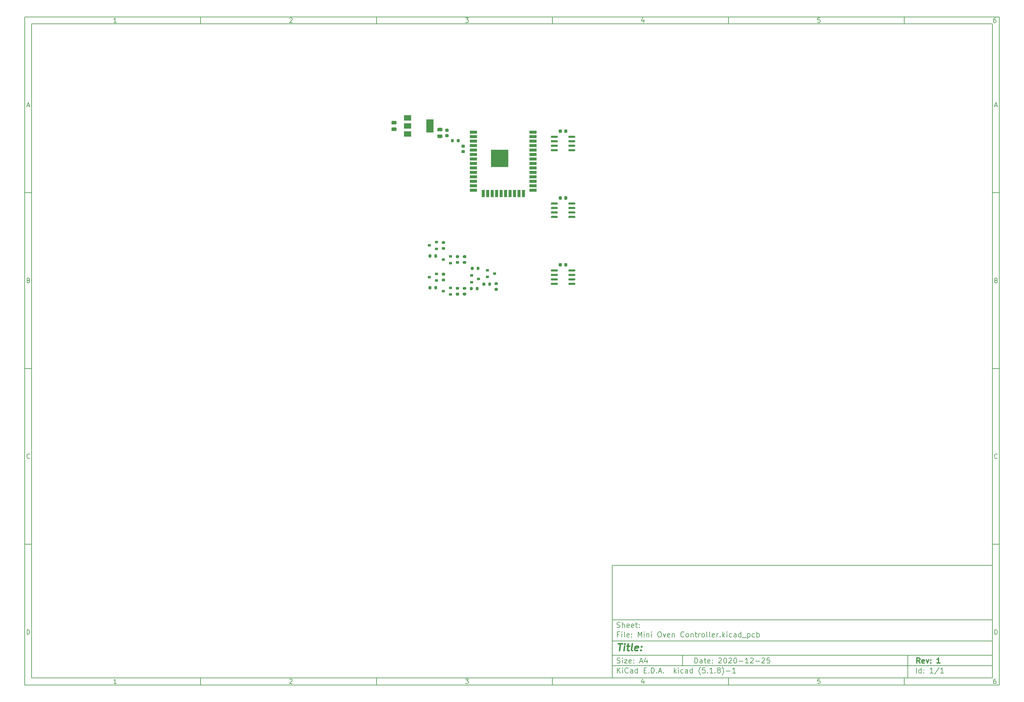
<source format=gbr>
G04 #@! TF.GenerationSoftware,KiCad,Pcbnew,(5.1.8)-1*
G04 #@! TF.CreationDate,2021-02-06T17:47:37+00:00*
G04 #@! TF.ProjectId,Mini Oven Controller,4d696e69-204f-4766-956e-20436f6e7472,1*
G04 #@! TF.SameCoordinates,Original*
G04 #@! TF.FileFunction,Paste,Top*
G04 #@! TF.FilePolarity,Positive*
%FSLAX46Y46*%
G04 Gerber Fmt 4.6, Leading zero omitted, Abs format (unit mm)*
G04 Created by KiCad (PCBNEW (5.1.8)-1) date 2021-02-06 17:47:37*
%MOMM*%
%LPD*%
G01*
G04 APERTURE LIST*
%ADD10C,0.100000*%
%ADD11C,0.150000*%
%ADD12C,0.300000*%
%ADD13C,0.400000*%
%ADD14R,0.900000X0.800000*%
%ADD15R,2.000000X3.800000*%
%ADD16R,2.000000X1.500000*%
%ADD17R,5.000000X5.000000*%
%ADD18R,2.000000X0.900000*%
%ADD19R,0.900000X2.000000*%
G04 APERTURE END LIST*
D10*
D11*
X177002200Y-166007200D02*
X177002200Y-198007200D01*
X285002200Y-198007200D01*
X285002200Y-166007200D01*
X177002200Y-166007200D01*
D10*
D11*
X10000000Y-10000000D02*
X10000000Y-200007200D01*
X287002200Y-200007200D01*
X287002200Y-10000000D01*
X10000000Y-10000000D01*
D10*
D11*
X12000000Y-12000000D02*
X12000000Y-198007200D01*
X285002200Y-198007200D01*
X285002200Y-12000000D01*
X12000000Y-12000000D01*
D10*
D11*
X60000000Y-12000000D02*
X60000000Y-10000000D01*
D10*
D11*
X110000000Y-12000000D02*
X110000000Y-10000000D01*
D10*
D11*
X160000000Y-12000000D02*
X160000000Y-10000000D01*
D10*
D11*
X210000000Y-12000000D02*
X210000000Y-10000000D01*
D10*
D11*
X260000000Y-12000000D02*
X260000000Y-10000000D01*
D10*
D11*
X36065476Y-11588095D02*
X35322619Y-11588095D01*
X35694047Y-11588095D02*
X35694047Y-10288095D01*
X35570238Y-10473809D01*
X35446428Y-10597619D01*
X35322619Y-10659523D01*
D10*
D11*
X85322619Y-10411904D02*
X85384523Y-10350000D01*
X85508333Y-10288095D01*
X85817857Y-10288095D01*
X85941666Y-10350000D01*
X86003571Y-10411904D01*
X86065476Y-10535714D01*
X86065476Y-10659523D01*
X86003571Y-10845238D01*
X85260714Y-11588095D01*
X86065476Y-11588095D01*
D10*
D11*
X135260714Y-10288095D02*
X136065476Y-10288095D01*
X135632142Y-10783333D01*
X135817857Y-10783333D01*
X135941666Y-10845238D01*
X136003571Y-10907142D01*
X136065476Y-11030952D01*
X136065476Y-11340476D01*
X136003571Y-11464285D01*
X135941666Y-11526190D01*
X135817857Y-11588095D01*
X135446428Y-11588095D01*
X135322619Y-11526190D01*
X135260714Y-11464285D01*
D10*
D11*
X185941666Y-10721428D02*
X185941666Y-11588095D01*
X185632142Y-10226190D02*
X185322619Y-11154761D01*
X186127380Y-11154761D01*
D10*
D11*
X236003571Y-10288095D02*
X235384523Y-10288095D01*
X235322619Y-10907142D01*
X235384523Y-10845238D01*
X235508333Y-10783333D01*
X235817857Y-10783333D01*
X235941666Y-10845238D01*
X236003571Y-10907142D01*
X236065476Y-11030952D01*
X236065476Y-11340476D01*
X236003571Y-11464285D01*
X235941666Y-11526190D01*
X235817857Y-11588095D01*
X235508333Y-11588095D01*
X235384523Y-11526190D01*
X235322619Y-11464285D01*
D10*
D11*
X285941666Y-10288095D02*
X285694047Y-10288095D01*
X285570238Y-10350000D01*
X285508333Y-10411904D01*
X285384523Y-10597619D01*
X285322619Y-10845238D01*
X285322619Y-11340476D01*
X285384523Y-11464285D01*
X285446428Y-11526190D01*
X285570238Y-11588095D01*
X285817857Y-11588095D01*
X285941666Y-11526190D01*
X286003571Y-11464285D01*
X286065476Y-11340476D01*
X286065476Y-11030952D01*
X286003571Y-10907142D01*
X285941666Y-10845238D01*
X285817857Y-10783333D01*
X285570238Y-10783333D01*
X285446428Y-10845238D01*
X285384523Y-10907142D01*
X285322619Y-11030952D01*
D10*
D11*
X60000000Y-198007200D02*
X60000000Y-200007200D01*
D10*
D11*
X110000000Y-198007200D02*
X110000000Y-200007200D01*
D10*
D11*
X160000000Y-198007200D02*
X160000000Y-200007200D01*
D10*
D11*
X210000000Y-198007200D02*
X210000000Y-200007200D01*
D10*
D11*
X260000000Y-198007200D02*
X260000000Y-200007200D01*
D10*
D11*
X36065476Y-199595295D02*
X35322619Y-199595295D01*
X35694047Y-199595295D02*
X35694047Y-198295295D01*
X35570238Y-198481009D01*
X35446428Y-198604819D01*
X35322619Y-198666723D01*
D10*
D11*
X85322619Y-198419104D02*
X85384523Y-198357200D01*
X85508333Y-198295295D01*
X85817857Y-198295295D01*
X85941666Y-198357200D01*
X86003571Y-198419104D01*
X86065476Y-198542914D01*
X86065476Y-198666723D01*
X86003571Y-198852438D01*
X85260714Y-199595295D01*
X86065476Y-199595295D01*
D10*
D11*
X135260714Y-198295295D02*
X136065476Y-198295295D01*
X135632142Y-198790533D01*
X135817857Y-198790533D01*
X135941666Y-198852438D01*
X136003571Y-198914342D01*
X136065476Y-199038152D01*
X136065476Y-199347676D01*
X136003571Y-199471485D01*
X135941666Y-199533390D01*
X135817857Y-199595295D01*
X135446428Y-199595295D01*
X135322619Y-199533390D01*
X135260714Y-199471485D01*
D10*
D11*
X185941666Y-198728628D02*
X185941666Y-199595295D01*
X185632142Y-198233390D02*
X185322619Y-199161961D01*
X186127380Y-199161961D01*
D10*
D11*
X236003571Y-198295295D02*
X235384523Y-198295295D01*
X235322619Y-198914342D01*
X235384523Y-198852438D01*
X235508333Y-198790533D01*
X235817857Y-198790533D01*
X235941666Y-198852438D01*
X236003571Y-198914342D01*
X236065476Y-199038152D01*
X236065476Y-199347676D01*
X236003571Y-199471485D01*
X235941666Y-199533390D01*
X235817857Y-199595295D01*
X235508333Y-199595295D01*
X235384523Y-199533390D01*
X235322619Y-199471485D01*
D10*
D11*
X285941666Y-198295295D02*
X285694047Y-198295295D01*
X285570238Y-198357200D01*
X285508333Y-198419104D01*
X285384523Y-198604819D01*
X285322619Y-198852438D01*
X285322619Y-199347676D01*
X285384523Y-199471485D01*
X285446428Y-199533390D01*
X285570238Y-199595295D01*
X285817857Y-199595295D01*
X285941666Y-199533390D01*
X286003571Y-199471485D01*
X286065476Y-199347676D01*
X286065476Y-199038152D01*
X286003571Y-198914342D01*
X285941666Y-198852438D01*
X285817857Y-198790533D01*
X285570238Y-198790533D01*
X285446428Y-198852438D01*
X285384523Y-198914342D01*
X285322619Y-199038152D01*
D10*
D11*
X10000000Y-60000000D02*
X12000000Y-60000000D01*
D10*
D11*
X10000000Y-110000000D02*
X12000000Y-110000000D01*
D10*
D11*
X10000000Y-160000000D02*
X12000000Y-160000000D01*
D10*
D11*
X10690476Y-35216666D02*
X11309523Y-35216666D01*
X10566666Y-35588095D02*
X11000000Y-34288095D01*
X11433333Y-35588095D01*
D10*
D11*
X11092857Y-84907142D02*
X11278571Y-84969047D01*
X11340476Y-85030952D01*
X11402380Y-85154761D01*
X11402380Y-85340476D01*
X11340476Y-85464285D01*
X11278571Y-85526190D01*
X11154761Y-85588095D01*
X10659523Y-85588095D01*
X10659523Y-84288095D01*
X11092857Y-84288095D01*
X11216666Y-84350000D01*
X11278571Y-84411904D01*
X11340476Y-84535714D01*
X11340476Y-84659523D01*
X11278571Y-84783333D01*
X11216666Y-84845238D01*
X11092857Y-84907142D01*
X10659523Y-84907142D01*
D10*
D11*
X11402380Y-135464285D02*
X11340476Y-135526190D01*
X11154761Y-135588095D01*
X11030952Y-135588095D01*
X10845238Y-135526190D01*
X10721428Y-135402380D01*
X10659523Y-135278571D01*
X10597619Y-135030952D01*
X10597619Y-134845238D01*
X10659523Y-134597619D01*
X10721428Y-134473809D01*
X10845238Y-134350000D01*
X11030952Y-134288095D01*
X11154761Y-134288095D01*
X11340476Y-134350000D01*
X11402380Y-134411904D01*
D10*
D11*
X10659523Y-185588095D02*
X10659523Y-184288095D01*
X10969047Y-184288095D01*
X11154761Y-184350000D01*
X11278571Y-184473809D01*
X11340476Y-184597619D01*
X11402380Y-184845238D01*
X11402380Y-185030952D01*
X11340476Y-185278571D01*
X11278571Y-185402380D01*
X11154761Y-185526190D01*
X10969047Y-185588095D01*
X10659523Y-185588095D01*
D10*
D11*
X287002200Y-60000000D02*
X285002200Y-60000000D01*
D10*
D11*
X287002200Y-110000000D02*
X285002200Y-110000000D01*
D10*
D11*
X287002200Y-160000000D02*
X285002200Y-160000000D01*
D10*
D11*
X285692676Y-35216666D02*
X286311723Y-35216666D01*
X285568866Y-35588095D02*
X286002200Y-34288095D01*
X286435533Y-35588095D01*
D10*
D11*
X286095057Y-84907142D02*
X286280771Y-84969047D01*
X286342676Y-85030952D01*
X286404580Y-85154761D01*
X286404580Y-85340476D01*
X286342676Y-85464285D01*
X286280771Y-85526190D01*
X286156961Y-85588095D01*
X285661723Y-85588095D01*
X285661723Y-84288095D01*
X286095057Y-84288095D01*
X286218866Y-84350000D01*
X286280771Y-84411904D01*
X286342676Y-84535714D01*
X286342676Y-84659523D01*
X286280771Y-84783333D01*
X286218866Y-84845238D01*
X286095057Y-84907142D01*
X285661723Y-84907142D01*
D10*
D11*
X286404580Y-135464285D02*
X286342676Y-135526190D01*
X286156961Y-135588095D01*
X286033152Y-135588095D01*
X285847438Y-135526190D01*
X285723628Y-135402380D01*
X285661723Y-135278571D01*
X285599819Y-135030952D01*
X285599819Y-134845238D01*
X285661723Y-134597619D01*
X285723628Y-134473809D01*
X285847438Y-134350000D01*
X286033152Y-134288095D01*
X286156961Y-134288095D01*
X286342676Y-134350000D01*
X286404580Y-134411904D01*
D10*
D11*
X285661723Y-185588095D02*
X285661723Y-184288095D01*
X285971247Y-184288095D01*
X286156961Y-184350000D01*
X286280771Y-184473809D01*
X286342676Y-184597619D01*
X286404580Y-184845238D01*
X286404580Y-185030952D01*
X286342676Y-185278571D01*
X286280771Y-185402380D01*
X286156961Y-185526190D01*
X285971247Y-185588095D01*
X285661723Y-185588095D01*
D10*
D11*
X200434342Y-193785771D02*
X200434342Y-192285771D01*
X200791485Y-192285771D01*
X201005771Y-192357200D01*
X201148628Y-192500057D01*
X201220057Y-192642914D01*
X201291485Y-192928628D01*
X201291485Y-193142914D01*
X201220057Y-193428628D01*
X201148628Y-193571485D01*
X201005771Y-193714342D01*
X200791485Y-193785771D01*
X200434342Y-193785771D01*
X202577200Y-193785771D02*
X202577200Y-193000057D01*
X202505771Y-192857200D01*
X202362914Y-192785771D01*
X202077200Y-192785771D01*
X201934342Y-192857200D01*
X202577200Y-193714342D02*
X202434342Y-193785771D01*
X202077200Y-193785771D01*
X201934342Y-193714342D01*
X201862914Y-193571485D01*
X201862914Y-193428628D01*
X201934342Y-193285771D01*
X202077200Y-193214342D01*
X202434342Y-193214342D01*
X202577200Y-193142914D01*
X203077200Y-192785771D02*
X203648628Y-192785771D01*
X203291485Y-192285771D02*
X203291485Y-193571485D01*
X203362914Y-193714342D01*
X203505771Y-193785771D01*
X203648628Y-193785771D01*
X204720057Y-193714342D02*
X204577200Y-193785771D01*
X204291485Y-193785771D01*
X204148628Y-193714342D01*
X204077200Y-193571485D01*
X204077200Y-193000057D01*
X204148628Y-192857200D01*
X204291485Y-192785771D01*
X204577200Y-192785771D01*
X204720057Y-192857200D01*
X204791485Y-193000057D01*
X204791485Y-193142914D01*
X204077200Y-193285771D01*
X205434342Y-193642914D02*
X205505771Y-193714342D01*
X205434342Y-193785771D01*
X205362914Y-193714342D01*
X205434342Y-193642914D01*
X205434342Y-193785771D01*
X205434342Y-192857200D02*
X205505771Y-192928628D01*
X205434342Y-193000057D01*
X205362914Y-192928628D01*
X205434342Y-192857200D01*
X205434342Y-193000057D01*
X207220057Y-192428628D02*
X207291485Y-192357200D01*
X207434342Y-192285771D01*
X207791485Y-192285771D01*
X207934342Y-192357200D01*
X208005771Y-192428628D01*
X208077200Y-192571485D01*
X208077200Y-192714342D01*
X208005771Y-192928628D01*
X207148628Y-193785771D01*
X208077200Y-193785771D01*
X209005771Y-192285771D02*
X209148628Y-192285771D01*
X209291485Y-192357200D01*
X209362914Y-192428628D01*
X209434342Y-192571485D01*
X209505771Y-192857200D01*
X209505771Y-193214342D01*
X209434342Y-193500057D01*
X209362914Y-193642914D01*
X209291485Y-193714342D01*
X209148628Y-193785771D01*
X209005771Y-193785771D01*
X208862914Y-193714342D01*
X208791485Y-193642914D01*
X208720057Y-193500057D01*
X208648628Y-193214342D01*
X208648628Y-192857200D01*
X208720057Y-192571485D01*
X208791485Y-192428628D01*
X208862914Y-192357200D01*
X209005771Y-192285771D01*
X210077200Y-192428628D02*
X210148628Y-192357200D01*
X210291485Y-192285771D01*
X210648628Y-192285771D01*
X210791485Y-192357200D01*
X210862914Y-192428628D01*
X210934342Y-192571485D01*
X210934342Y-192714342D01*
X210862914Y-192928628D01*
X210005771Y-193785771D01*
X210934342Y-193785771D01*
X211862914Y-192285771D02*
X212005771Y-192285771D01*
X212148628Y-192357200D01*
X212220057Y-192428628D01*
X212291485Y-192571485D01*
X212362914Y-192857200D01*
X212362914Y-193214342D01*
X212291485Y-193500057D01*
X212220057Y-193642914D01*
X212148628Y-193714342D01*
X212005771Y-193785771D01*
X211862914Y-193785771D01*
X211720057Y-193714342D01*
X211648628Y-193642914D01*
X211577200Y-193500057D01*
X211505771Y-193214342D01*
X211505771Y-192857200D01*
X211577200Y-192571485D01*
X211648628Y-192428628D01*
X211720057Y-192357200D01*
X211862914Y-192285771D01*
X213005771Y-193214342D02*
X214148628Y-193214342D01*
X215648628Y-193785771D02*
X214791485Y-193785771D01*
X215220057Y-193785771D02*
X215220057Y-192285771D01*
X215077200Y-192500057D01*
X214934342Y-192642914D01*
X214791485Y-192714342D01*
X216220057Y-192428628D02*
X216291485Y-192357200D01*
X216434342Y-192285771D01*
X216791485Y-192285771D01*
X216934342Y-192357200D01*
X217005771Y-192428628D01*
X217077200Y-192571485D01*
X217077200Y-192714342D01*
X217005771Y-192928628D01*
X216148628Y-193785771D01*
X217077200Y-193785771D01*
X217720057Y-193214342D02*
X218862914Y-193214342D01*
X219505771Y-192428628D02*
X219577200Y-192357200D01*
X219720057Y-192285771D01*
X220077200Y-192285771D01*
X220220057Y-192357200D01*
X220291485Y-192428628D01*
X220362914Y-192571485D01*
X220362914Y-192714342D01*
X220291485Y-192928628D01*
X219434342Y-193785771D01*
X220362914Y-193785771D01*
X221720057Y-192285771D02*
X221005771Y-192285771D01*
X220934342Y-193000057D01*
X221005771Y-192928628D01*
X221148628Y-192857200D01*
X221505771Y-192857200D01*
X221648628Y-192928628D01*
X221720057Y-193000057D01*
X221791485Y-193142914D01*
X221791485Y-193500057D01*
X221720057Y-193642914D01*
X221648628Y-193714342D01*
X221505771Y-193785771D01*
X221148628Y-193785771D01*
X221005771Y-193714342D01*
X220934342Y-193642914D01*
D10*
D11*
X177002200Y-194507200D02*
X285002200Y-194507200D01*
D10*
D11*
X178434342Y-196585771D02*
X178434342Y-195085771D01*
X179291485Y-196585771D02*
X178648628Y-195728628D01*
X179291485Y-195085771D02*
X178434342Y-195942914D01*
X179934342Y-196585771D02*
X179934342Y-195585771D01*
X179934342Y-195085771D02*
X179862914Y-195157200D01*
X179934342Y-195228628D01*
X180005771Y-195157200D01*
X179934342Y-195085771D01*
X179934342Y-195228628D01*
X181505771Y-196442914D02*
X181434342Y-196514342D01*
X181220057Y-196585771D01*
X181077200Y-196585771D01*
X180862914Y-196514342D01*
X180720057Y-196371485D01*
X180648628Y-196228628D01*
X180577200Y-195942914D01*
X180577200Y-195728628D01*
X180648628Y-195442914D01*
X180720057Y-195300057D01*
X180862914Y-195157200D01*
X181077200Y-195085771D01*
X181220057Y-195085771D01*
X181434342Y-195157200D01*
X181505771Y-195228628D01*
X182791485Y-196585771D02*
X182791485Y-195800057D01*
X182720057Y-195657200D01*
X182577200Y-195585771D01*
X182291485Y-195585771D01*
X182148628Y-195657200D01*
X182791485Y-196514342D02*
X182648628Y-196585771D01*
X182291485Y-196585771D01*
X182148628Y-196514342D01*
X182077200Y-196371485D01*
X182077200Y-196228628D01*
X182148628Y-196085771D01*
X182291485Y-196014342D01*
X182648628Y-196014342D01*
X182791485Y-195942914D01*
X184148628Y-196585771D02*
X184148628Y-195085771D01*
X184148628Y-196514342D02*
X184005771Y-196585771D01*
X183720057Y-196585771D01*
X183577200Y-196514342D01*
X183505771Y-196442914D01*
X183434342Y-196300057D01*
X183434342Y-195871485D01*
X183505771Y-195728628D01*
X183577200Y-195657200D01*
X183720057Y-195585771D01*
X184005771Y-195585771D01*
X184148628Y-195657200D01*
X186005771Y-195800057D02*
X186505771Y-195800057D01*
X186720057Y-196585771D02*
X186005771Y-196585771D01*
X186005771Y-195085771D01*
X186720057Y-195085771D01*
X187362914Y-196442914D02*
X187434342Y-196514342D01*
X187362914Y-196585771D01*
X187291485Y-196514342D01*
X187362914Y-196442914D01*
X187362914Y-196585771D01*
X188077200Y-196585771D02*
X188077200Y-195085771D01*
X188434342Y-195085771D01*
X188648628Y-195157200D01*
X188791485Y-195300057D01*
X188862914Y-195442914D01*
X188934342Y-195728628D01*
X188934342Y-195942914D01*
X188862914Y-196228628D01*
X188791485Y-196371485D01*
X188648628Y-196514342D01*
X188434342Y-196585771D01*
X188077200Y-196585771D01*
X189577200Y-196442914D02*
X189648628Y-196514342D01*
X189577200Y-196585771D01*
X189505771Y-196514342D01*
X189577200Y-196442914D01*
X189577200Y-196585771D01*
X190220057Y-196157200D02*
X190934342Y-196157200D01*
X190077200Y-196585771D02*
X190577200Y-195085771D01*
X191077200Y-196585771D01*
X191577200Y-196442914D02*
X191648628Y-196514342D01*
X191577200Y-196585771D01*
X191505771Y-196514342D01*
X191577200Y-196442914D01*
X191577200Y-196585771D01*
X194577200Y-196585771D02*
X194577200Y-195085771D01*
X194720057Y-196014342D02*
X195148628Y-196585771D01*
X195148628Y-195585771D02*
X194577200Y-196157200D01*
X195791485Y-196585771D02*
X195791485Y-195585771D01*
X195791485Y-195085771D02*
X195720057Y-195157200D01*
X195791485Y-195228628D01*
X195862914Y-195157200D01*
X195791485Y-195085771D01*
X195791485Y-195228628D01*
X197148628Y-196514342D02*
X197005771Y-196585771D01*
X196720057Y-196585771D01*
X196577200Y-196514342D01*
X196505771Y-196442914D01*
X196434342Y-196300057D01*
X196434342Y-195871485D01*
X196505771Y-195728628D01*
X196577200Y-195657200D01*
X196720057Y-195585771D01*
X197005771Y-195585771D01*
X197148628Y-195657200D01*
X198434342Y-196585771D02*
X198434342Y-195800057D01*
X198362914Y-195657200D01*
X198220057Y-195585771D01*
X197934342Y-195585771D01*
X197791485Y-195657200D01*
X198434342Y-196514342D02*
X198291485Y-196585771D01*
X197934342Y-196585771D01*
X197791485Y-196514342D01*
X197720057Y-196371485D01*
X197720057Y-196228628D01*
X197791485Y-196085771D01*
X197934342Y-196014342D01*
X198291485Y-196014342D01*
X198434342Y-195942914D01*
X199791485Y-196585771D02*
X199791485Y-195085771D01*
X199791485Y-196514342D02*
X199648628Y-196585771D01*
X199362914Y-196585771D01*
X199220057Y-196514342D01*
X199148628Y-196442914D01*
X199077200Y-196300057D01*
X199077200Y-195871485D01*
X199148628Y-195728628D01*
X199220057Y-195657200D01*
X199362914Y-195585771D01*
X199648628Y-195585771D01*
X199791485Y-195657200D01*
X202077200Y-197157200D02*
X202005771Y-197085771D01*
X201862914Y-196871485D01*
X201791485Y-196728628D01*
X201720057Y-196514342D01*
X201648628Y-196157200D01*
X201648628Y-195871485D01*
X201720057Y-195514342D01*
X201791485Y-195300057D01*
X201862914Y-195157200D01*
X202005771Y-194942914D01*
X202077200Y-194871485D01*
X203362914Y-195085771D02*
X202648628Y-195085771D01*
X202577200Y-195800057D01*
X202648628Y-195728628D01*
X202791485Y-195657200D01*
X203148628Y-195657200D01*
X203291485Y-195728628D01*
X203362914Y-195800057D01*
X203434342Y-195942914D01*
X203434342Y-196300057D01*
X203362914Y-196442914D01*
X203291485Y-196514342D01*
X203148628Y-196585771D01*
X202791485Y-196585771D01*
X202648628Y-196514342D01*
X202577200Y-196442914D01*
X204077200Y-196442914D02*
X204148628Y-196514342D01*
X204077200Y-196585771D01*
X204005771Y-196514342D01*
X204077200Y-196442914D01*
X204077200Y-196585771D01*
X205577200Y-196585771D02*
X204720057Y-196585771D01*
X205148628Y-196585771D02*
X205148628Y-195085771D01*
X205005771Y-195300057D01*
X204862914Y-195442914D01*
X204720057Y-195514342D01*
X206220057Y-196442914D02*
X206291485Y-196514342D01*
X206220057Y-196585771D01*
X206148628Y-196514342D01*
X206220057Y-196442914D01*
X206220057Y-196585771D01*
X207148628Y-195728628D02*
X207005771Y-195657200D01*
X206934342Y-195585771D01*
X206862914Y-195442914D01*
X206862914Y-195371485D01*
X206934342Y-195228628D01*
X207005771Y-195157200D01*
X207148628Y-195085771D01*
X207434342Y-195085771D01*
X207577200Y-195157200D01*
X207648628Y-195228628D01*
X207720057Y-195371485D01*
X207720057Y-195442914D01*
X207648628Y-195585771D01*
X207577200Y-195657200D01*
X207434342Y-195728628D01*
X207148628Y-195728628D01*
X207005771Y-195800057D01*
X206934342Y-195871485D01*
X206862914Y-196014342D01*
X206862914Y-196300057D01*
X206934342Y-196442914D01*
X207005771Y-196514342D01*
X207148628Y-196585771D01*
X207434342Y-196585771D01*
X207577200Y-196514342D01*
X207648628Y-196442914D01*
X207720057Y-196300057D01*
X207720057Y-196014342D01*
X207648628Y-195871485D01*
X207577200Y-195800057D01*
X207434342Y-195728628D01*
X208220057Y-197157200D02*
X208291485Y-197085771D01*
X208434342Y-196871485D01*
X208505771Y-196728628D01*
X208577200Y-196514342D01*
X208648628Y-196157200D01*
X208648628Y-195871485D01*
X208577200Y-195514342D01*
X208505771Y-195300057D01*
X208434342Y-195157200D01*
X208291485Y-194942914D01*
X208220057Y-194871485D01*
X209362914Y-196014342D02*
X210505771Y-196014342D01*
X212005771Y-196585771D02*
X211148628Y-196585771D01*
X211577200Y-196585771D02*
X211577200Y-195085771D01*
X211434342Y-195300057D01*
X211291485Y-195442914D01*
X211148628Y-195514342D01*
D10*
D11*
X177002200Y-191507200D02*
X285002200Y-191507200D01*
D10*
D12*
X264411485Y-193785771D02*
X263911485Y-193071485D01*
X263554342Y-193785771D02*
X263554342Y-192285771D01*
X264125771Y-192285771D01*
X264268628Y-192357200D01*
X264340057Y-192428628D01*
X264411485Y-192571485D01*
X264411485Y-192785771D01*
X264340057Y-192928628D01*
X264268628Y-193000057D01*
X264125771Y-193071485D01*
X263554342Y-193071485D01*
X265625771Y-193714342D02*
X265482914Y-193785771D01*
X265197200Y-193785771D01*
X265054342Y-193714342D01*
X264982914Y-193571485D01*
X264982914Y-193000057D01*
X265054342Y-192857200D01*
X265197200Y-192785771D01*
X265482914Y-192785771D01*
X265625771Y-192857200D01*
X265697200Y-193000057D01*
X265697200Y-193142914D01*
X264982914Y-193285771D01*
X266197200Y-192785771D02*
X266554342Y-193785771D01*
X266911485Y-192785771D01*
X267482914Y-193642914D02*
X267554342Y-193714342D01*
X267482914Y-193785771D01*
X267411485Y-193714342D01*
X267482914Y-193642914D01*
X267482914Y-193785771D01*
X267482914Y-192857200D02*
X267554342Y-192928628D01*
X267482914Y-193000057D01*
X267411485Y-192928628D01*
X267482914Y-192857200D01*
X267482914Y-193000057D01*
X270125771Y-193785771D02*
X269268628Y-193785771D01*
X269697200Y-193785771D02*
X269697200Y-192285771D01*
X269554342Y-192500057D01*
X269411485Y-192642914D01*
X269268628Y-192714342D01*
D10*
D11*
X178362914Y-193714342D02*
X178577200Y-193785771D01*
X178934342Y-193785771D01*
X179077200Y-193714342D01*
X179148628Y-193642914D01*
X179220057Y-193500057D01*
X179220057Y-193357200D01*
X179148628Y-193214342D01*
X179077200Y-193142914D01*
X178934342Y-193071485D01*
X178648628Y-193000057D01*
X178505771Y-192928628D01*
X178434342Y-192857200D01*
X178362914Y-192714342D01*
X178362914Y-192571485D01*
X178434342Y-192428628D01*
X178505771Y-192357200D01*
X178648628Y-192285771D01*
X179005771Y-192285771D01*
X179220057Y-192357200D01*
X179862914Y-193785771D02*
X179862914Y-192785771D01*
X179862914Y-192285771D02*
X179791485Y-192357200D01*
X179862914Y-192428628D01*
X179934342Y-192357200D01*
X179862914Y-192285771D01*
X179862914Y-192428628D01*
X180434342Y-192785771D02*
X181220057Y-192785771D01*
X180434342Y-193785771D01*
X181220057Y-193785771D01*
X182362914Y-193714342D02*
X182220057Y-193785771D01*
X181934342Y-193785771D01*
X181791485Y-193714342D01*
X181720057Y-193571485D01*
X181720057Y-193000057D01*
X181791485Y-192857200D01*
X181934342Y-192785771D01*
X182220057Y-192785771D01*
X182362914Y-192857200D01*
X182434342Y-193000057D01*
X182434342Y-193142914D01*
X181720057Y-193285771D01*
X183077200Y-193642914D02*
X183148628Y-193714342D01*
X183077200Y-193785771D01*
X183005771Y-193714342D01*
X183077200Y-193642914D01*
X183077200Y-193785771D01*
X183077200Y-192857200D02*
X183148628Y-192928628D01*
X183077200Y-193000057D01*
X183005771Y-192928628D01*
X183077200Y-192857200D01*
X183077200Y-193000057D01*
X184862914Y-193357200D02*
X185577200Y-193357200D01*
X184720057Y-193785771D02*
X185220057Y-192285771D01*
X185720057Y-193785771D01*
X186862914Y-192785771D02*
X186862914Y-193785771D01*
X186505771Y-192214342D02*
X186148628Y-193285771D01*
X187077200Y-193285771D01*
D10*
D11*
X263434342Y-196585771D02*
X263434342Y-195085771D01*
X264791485Y-196585771D02*
X264791485Y-195085771D01*
X264791485Y-196514342D02*
X264648628Y-196585771D01*
X264362914Y-196585771D01*
X264220057Y-196514342D01*
X264148628Y-196442914D01*
X264077200Y-196300057D01*
X264077200Y-195871485D01*
X264148628Y-195728628D01*
X264220057Y-195657200D01*
X264362914Y-195585771D01*
X264648628Y-195585771D01*
X264791485Y-195657200D01*
X265505771Y-196442914D02*
X265577200Y-196514342D01*
X265505771Y-196585771D01*
X265434342Y-196514342D01*
X265505771Y-196442914D01*
X265505771Y-196585771D01*
X265505771Y-195657200D02*
X265577200Y-195728628D01*
X265505771Y-195800057D01*
X265434342Y-195728628D01*
X265505771Y-195657200D01*
X265505771Y-195800057D01*
X268148628Y-196585771D02*
X267291485Y-196585771D01*
X267720057Y-196585771D02*
X267720057Y-195085771D01*
X267577200Y-195300057D01*
X267434342Y-195442914D01*
X267291485Y-195514342D01*
X269862914Y-195014342D02*
X268577200Y-196942914D01*
X271148628Y-196585771D02*
X270291485Y-196585771D01*
X270720057Y-196585771D02*
X270720057Y-195085771D01*
X270577200Y-195300057D01*
X270434342Y-195442914D01*
X270291485Y-195514342D01*
D10*
D11*
X177002200Y-187507200D02*
X285002200Y-187507200D01*
D10*
D13*
X178714580Y-188211961D02*
X179857438Y-188211961D01*
X179036009Y-190211961D02*
X179286009Y-188211961D01*
X180274104Y-190211961D02*
X180440771Y-188878628D01*
X180524104Y-188211961D02*
X180416961Y-188307200D01*
X180500295Y-188402438D01*
X180607438Y-188307200D01*
X180524104Y-188211961D01*
X180500295Y-188402438D01*
X181107438Y-188878628D02*
X181869342Y-188878628D01*
X181476485Y-188211961D02*
X181262200Y-189926247D01*
X181333628Y-190116723D01*
X181512200Y-190211961D01*
X181702676Y-190211961D01*
X182655057Y-190211961D02*
X182476485Y-190116723D01*
X182405057Y-189926247D01*
X182619342Y-188211961D01*
X184190771Y-190116723D02*
X183988390Y-190211961D01*
X183607438Y-190211961D01*
X183428866Y-190116723D01*
X183357438Y-189926247D01*
X183452676Y-189164342D01*
X183571723Y-188973866D01*
X183774104Y-188878628D01*
X184155057Y-188878628D01*
X184333628Y-188973866D01*
X184405057Y-189164342D01*
X184381247Y-189354819D01*
X183405057Y-189545295D01*
X185155057Y-190021485D02*
X185238390Y-190116723D01*
X185131247Y-190211961D01*
X185047914Y-190116723D01*
X185155057Y-190021485D01*
X185131247Y-190211961D01*
X185286009Y-188973866D02*
X185369342Y-189069104D01*
X185262200Y-189164342D01*
X185178866Y-189069104D01*
X185286009Y-188973866D01*
X185262200Y-189164342D01*
D10*
D11*
X178934342Y-185600057D02*
X178434342Y-185600057D01*
X178434342Y-186385771D02*
X178434342Y-184885771D01*
X179148628Y-184885771D01*
X179720057Y-186385771D02*
X179720057Y-185385771D01*
X179720057Y-184885771D02*
X179648628Y-184957200D01*
X179720057Y-185028628D01*
X179791485Y-184957200D01*
X179720057Y-184885771D01*
X179720057Y-185028628D01*
X180648628Y-186385771D02*
X180505771Y-186314342D01*
X180434342Y-186171485D01*
X180434342Y-184885771D01*
X181791485Y-186314342D02*
X181648628Y-186385771D01*
X181362914Y-186385771D01*
X181220057Y-186314342D01*
X181148628Y-186171485D01*
X181148628Y-185600057D01*
X181220057Y-185457200D01*
X181362914Y-185385771D01*
X181648628Y-185385771D01*
X181791485Y-185457200D01*
X181862914Y-185600057D01*
X181862914Y-185742914D01*
X181148628Y-185885771D01*
X182505771Y-186242914D02*
X182577200Y-186314342D01*
X182505771Y-186385771D01*
X182434342Y-186314342D01*
X182505771Y-186242914D01*
X182505771Y-186385771D01*
X182505771Y-185457200D02*
X182577200Y-185528628D01*
X182505771Y-185600057D01*
X182434342Y-185528628D01*
X182505771Y-185457200D01*
X182505771Y-185600057D01*
X184362914Y-186385771D02*
X184362914Y-184885771D01*
X184862914Y-185957200D01*
X185362914Y-184885771D01*
X185362914Y-186385771D01*
X186077200Y-186385771D02*
X186077200Y-185385771D01*
X186077200Y-184885771D02*
X186005771Y-184957200D01*
X186077200Y-185028628D01*
X186148628Y-184957200D01*
X186077200Y-184885771D01*
X186077200Y-185028628D01*
X186791485Y-185385771D02*
X186791485Y-186385771D01*
X186791485Y-185528628D02*
X186862914Y-185457200D01*
X187005771Y-185385771D01*
X187220057Y-185385771D01*
X187362914Y-185457200D01*
X187434342Y-185600057D01*
X187434342Y-186385771D01*
X188148628Y-186385771D02*
X188148628Y-185385771D01*
X188148628Y-184885771D02*
X188077200Y-184957200D01*
X188148628Y-185028628D01*
X188220057Y-184957200D01*
X188148628Y-184885771D01*
X188148628Y-185028628D01*
X190291485Y-184885771D02*
X190577200Y-184885771D01*
X190720057Y-184957200D01*
X190862914Y-185100057D01*
X190934342Y-185385771D01*
X190934342Y-185885771D01*
X190862914Y-186171485D01*
X190720057Y-186314342D01*
X190577200Y-186385771D01*
X190291485Y-186385771D01*
X190148628Y-186314342D01*
X190005771Y-186171485D01*
X189934342Y-185885771D01*
X189934342Y-185385771D01*
X190005771Y-185100057D01*
X190148628Y-184957200D01*
X190291485Y-184885771D01*
X191434342Y-185385771D02*
X191791485Y-186385771D01*
X192148628Y-185385771D01*
X193291485Y-186314342D02*
X193148628Y-186385771D01*
X192862914Y-186385771D01*
X192720057Y-186314342D01*
X192648628Y-186171485D01*
X192648628Y-185600057D01*
X192720057Y-185457200D01*
X192862914Y-185385771D01*
X193148628Y-185385771D01*
X193291485Y-185457200D01*
X193362914Y-185600057D01*
X193362914Y-185742914D01*
X192648628Y-185885771D01*
X194005771Y-185385771D02*
X194005771Y-186385771D01*
X194005771Y-185528628D02*
X194077200Y-185457200D01*
X194220057Y-185385771D01*
X194434342Y-185385771D01*
X194577200Y-185457200D01*
X194648628Y-185600057D01*
X194648628Y-186385771D01*
X197362914Y-186242914D02*
X197291485Y-186314342D01*
X197077200Y-186385771D01*
X196934342Y-186385771D01*
X196720057Y-186314342D01*
X196577200Y-186171485D01*
X196505771Y-186028628D01*
X196434342Y-185742914D01*
X196434342Y-185528628D01*
X196505771Y-185242914D01*
X196577200Y-185100057D01*
X196720057Y-184957200D01*
X196934342Y-184885771D01*
X197077200Y-184885771D01*
X197291485Y-184957200D01*
X197362914Y-185028628D01*
X198220057Y-186385771D02*
X198077200Y-186314342D01*
X198005771Y-186242914D01*
X197934342Y-186100057D01*
X197934342Y-185671485D01*
X198005771Y-185528628D01*
X198077200Y-185457200D01*
X198220057Y-185385771D01*
X198434342Y-185385771D01*
X198577200Y-185457200D01*
X198648628Y-185528628D01*
X198720057Y-185671485D01*
X198720057Y-186100057D01*
X198648628Y-186242914D01*
X198577200Y-186314342D01*
X198434342Y-186385771D01*
X198220057Y-186385771D01*
X199362914Y-185385771D02*
X199362914Y-186385771D01*
X199362914Y-185528628D02*
X199434342Y-185457200D01*
X199577200Y-185385771D01*
X199791485Y-185385771D01*
X199934342Y-185457200D01*
X200005771Y-185600057D01*
X200005771Y-186385771D01*
X200505771Y-185385771D02*
X201077200Y-185385771D01*
X200720057Y-184885771D02*
X200720057Y-186171485D01*
X200791485Y-186314342D01*
X200934342Y-186385771D01*
X201077200Y-186385771D01*
X201577200Y-186385771D02*
X201577200Y-185385771D01*
X201577200Y-185671485D02*
X201648628Y-185528628D01*
X201720057Y-185457200D01*
X201862914Y-185385771D01*
X202005771Y-185385771D01*
X202720057Y-186385771D02*
X202577200Y-186314342D01*
X202505771Y-186242914D01*
X202434342Y-186100057D01*
X202434342Y-185671485D01*
X202505771Y-185528628D01*
X202577200Y-185457200D01*
X202720057Y-185385771D01*
X202934342Y-185385771D01*
X203077200Y-185457200D01*
X203148628Y-185528628D01*
X203220057Y-185671485D01*
X203220057Y-186100057D01*
X203148628Y-186242914D01*
X203077200Y-186314342D01*
X202934342Y-186385771D01*
X202720057Y-186385771D01*
X204077200Y-186385771D02*
X203934342Y-186314342D01*
X203862914Y-186171485D01*
X203862914Y-184885771D01*
X204862914Y-186385771D02*
X204720057Y-186314342D01*
X204648628Y-186171485D01*
X204648628Y-184885771D01*
X206005771Y-186314342D02*
X205862914Y-186385771D01*
X205577200Y-186385771D01*
X205434342Y-186314342D01*
X205362914Y-186171485D01*
X205362914Y-185600057D01*
X205434342Y-185457200D01*
X205577200Y-185385771D01*
X205862914Y-185385771D01*
X206005771Y-185457200D01*
X206077200Y-185600057D01*
X206077200Y-185742914D01*
X205362914Y-185885771D01*
X206720057Y-186385771D02*
X206720057Y-185385771D01*
X206720057Y-185671485D02*
X206791485Y-185528628D01*
X206862914Y-185457200D01*
X207005771Y-185385771D01*
X207148628Y-185385771D01*
X207648628Y-186242914D02*
X207720057Y-186314342D01*
X207648628Y-186385771D01*
X207577200Y-186314342D01*
X207648628Y-186242914D01*
X207648628Y-186385771D01*
X208362914Y-186385771D02*
X208362914Y-184885771D01*
X208505771Y-185814342D02*
X208934342Y-186385771D01*
X208934342Y-185385771D02*
X208362914Y-185957200D01*
X209577200Y-186385771D02*
X209577200Y-185385771D01*
X209577200Y-184885771D02*
X209505771Y-184957200D01*
X209577200Y-185028628D01*
X209648628Y-184957200D01*
X209577200Y-184885771D01*
X209577200Y-185028628D01*
X210934342Y-186314342D02*
X210791485Y-186385771D01*
X210505771Y-186385771D01*
X210362914Y-186314342D01*
X210291485Y-186242914D01*
X210220057Y-186100057D01*
X210220057Y-185671485D01*
X210291485Y-185528628D01*
X210362914Y-185457200D01*
X210505771Y-185385771D01*
X210791485Y-185385771D01*
X210934342Y-185457200D01*
X212220057Y-186385771D02*
X212220057Y-185600057D01*
X212148628Y-185457200D01*
X212005771Y-185385771D01*
X211720057Y-185385771D01*
X211577200Y-185457200D01*
X212220057Y-186314342D02*
X212077200Y-186385771D01*
X211720057Y-186385771D01*
X211577200Y-186314342D01*
X211505771Y-186171485D01*
X211505771Y-186028628D01*
X211577200Y-185885771D01*
X211720057Y-185814342D01*
X212077200Y-185814342D01*
X212220057Y-185742914D01*
X213577200Y-186385771D02*
X213577200Y-184885771D01*
X213577200Y-186314342D02*
X213434342Y-186385771D01*
X213148628Y-186385771D01*
X213005771Y-186314342D01*
X212934342Y-186242914D01*
X212862914Y-186100057D01*
X212862914Y-185671485D01*
X212934342Y-185528628D01*
X213005771Y-185457200D01*
X213148628Y-185385771D01*
X213434342Y-185385771D01*
X213577200Y-185457200D01*
X213934342Y-186528628D02*
X215077200Y-186528628D01*
X215434342Y-185385771D02*
X215434342Y-186885771D01*
X215434342Y-185457200D02*
X215577200Y-185385771D01*
X215862914Y-185385771D01*
X216005771Y-185457200D01*
X216077200Y-185528628D01*
X216148628Y-185671485D01*
X216148628Y-186100057D01*
X216077200Y-186242914D01*
X216005771Y-186314342D01*
X215862914Y-186385771D01*
X215577200Y-186385771D01*
X215434342Y-186314342D01*
X217434342Y-186314342D02*
X217291485Y-186385771D01*
X217005771Y-186385771D01*
X216862914Y-186314342D01*
X216791485Y-186242914D01*
X216720057Y-186100057D01*
X216720057Y-185671485D01*
X216791485Y-185528628D01*
X216862914Y-185457200D01*
X217005771Y-185385771D01*
X217291485Y-185385771D01*
X217434342Y-185457200D01*
X218077200Y-186385771D02*
X218077200Y-184885771D01*
X218077200Y-185457200D02*
X218220057Y-185385771D01*
X218505771Y-185385771D01*
X218648628Y-185457200D01*
X218720057Y-185528628D01*
X218791485Y-185671485D01*
X218791485Y-186100057D01*
X218720057Y-186242914D01*
X218648628Y-186314342D01*
X218505771Y-186385771D01*
X218220057Y-186385771D01*
X218077200Y-186314342D01*
D10*
D11*
X177002200Y-181507200D02*
X285002200Y-181507200D01*
D10*
D11*
X178362914Y-183614342D02*
X178577200Y-183685771D01*
X178934342Y-183685771D01*
X179077200Y-183614342D01*
X179148628Y-183542914D01*
X179220057Y-183400057D01*
X179220057Y-183257200D01*
X179148628Y-183114342D01*
X179077200Y-183042914D01*
X178934342Y-182971485D01*
X178648628Y-182900057D01*
X178505771Y-182828628D01*
X178434342Y-182757200D01*
X178362914Y-182614342D01*
X178362914Y-182471485D01*
X178434342Y-182328628D01*
X178505771Y-182257200D01*
X178648628Y-182185771D01*
X179005771Y-182185771D01*
X179220057Y-182257200D01*
X179862914Y-183685771D02*
X179862914Y-182185771D01*
X180505771Y-183685771D02*
X180505771Y-182900057D01*
X180434342Y-182757200D01*
X180291485Y-182685771D01*
X180077200Y-182685771D01*
X179934342Y-182757200D01*
X179862914Y-182828628D01*
X181791485Y-183614342D02*
X181648628Y-183685771D01*
X181362914Y-183685771D01*
X181220057Y-183614342D01*
X181148628Y-183471485D01*
X181148628Y-182900057D01*
X181220057Y-182757200D01*
X181362914Y-182685771D01*
X181648628Y-182685771D01*
X181791485Y-182757200D01*
X181862914Y-182900057D01*
X181862914Y-183042914D01*
X181148628Y-183185771D01*
X183077200Y-183614342D02*
X182934342Y-183685771D01*
X182648628Y-183685771D01*
X182505771Y-183614342D01*
X182434342Y-183471485D01*
X182434342Y-182900057D01*
X182505771Y-182757200D01*
X182648628Y-182685771D01*
X182934342Y-182685771D01*
X183077200Y-182757200D01*
X183148628Y-182900057D01*
X183148628Y-183042914D01*
X182434342Y-183185771D01*
X183577200Y-182685771D02*
X184148628Y-182685771D01*
X183791485Y-182185771D02*
X183791485Y-183471485D01*
X183862914Y-183614342D01*
X184005771Y-183685771D01*
X184148628Y-183685771D01*
X184648628Y-183542914D02*
X184720057Y-183614342D01*
X184648628Y-183685771D01*
X184577200Y-183614342D01*
X184648628Y-183542914D01*
X184648628Y-183685771D01*
X184648628Y-182757200D02*
X184720057Y-182828628D01*
X184648628Y-182900057D01*
X184577200Y-182828628D01*
X184648628Y-182757200D01*
X184648628Y-182900057D01*
D10*
D11*
X197002200Y-191507200D02*
X197002200Y-194507200D01*
D10*
D11*
X261002200Y-191507200D02*
X261002200Y-198007200D01*
G04 #@! TO.C,C1*
G36*
G01*
X115425000Y-42450000D02*
X114475000Y-42450000D01*
G75*
G02*
X114225000Y-42200000I0J250000D01*
G01*
X114225000Y-41700000D01*
G75*
G02*
X114475000Y-41450000I250000J0D01*
G01*
X115425000Y-41450000D01*
G75*
G02*
X115675000Y-41700000I0J-250000D01*
G01*
X115675000Y-42200000D01*
G75*
G02*
X115425000Y-42450000I-250000J0D01*
G01*
G37*
G36*
G01*
X115425000Y-40550000D02*
X114475000Y-40550000D01*
G75*
G02*
X114225000Y-40300000I0J250000D01*
G01*
X114225000Y-39800000D01*
G75*
G02*
X114475000Y-39550000I250000J0D01*
G01*
X115425000Y-39550000D01*
G75*
G02*
X115675000Y-39800000I0J-250000D01*
G01*
X115675000Y-40300000D01*
G75*
G02*
X115425000Y-40550000I-250000J0D01*
G01*
G37*
G04 #@! TD*
G04 #@! TO.C,C2*
G36*
G01*
X127525000Y-43450000D02*
X128475000Y-43450000D01*
G75*
G02*
X128725000Y-43700000I0J-250000D01*
G01*
X128725000Y-44200000D01*
G75*
G02*
X128475000Y-44450000I-250000J0D01*
G01*
X127525000Y-44450000D01*
G75*
G02*
X127275000Y-44200000I0J250000D01*
G01*
X127275000Y-43700000D01*
G75*
G02*
X127525000Y-43450000I250000J0D01*
G01*
G37*
G36*
G01*
X127525000Y-41550000D02*
X128475000Y-41550000D01*
G75*
G02*
X128725000Y-41800000I0J-250000D01*
G01*
X128725000Y-42300000D01*
G75*
G02*
X128475000Y-42550000I-250000J0D01*
G01*
X127525000Y-42550000D01*
G75*
G02*
X127275000Y-42300000I0J250000D01*
G01*
X127275000Y-41800000D01*
G75*
G02*
X127525000Y-41550000I250000J0D01*
G01*
G37*
G04 #@! TD*
G04 #@! TO.C,C3*
G36*
G01*
X129750000Y-41775000D02*
X130250000Y-41775000D01*
G75*
G02*
X130475000Y-42000000I0J-225000D01*
G01*
X130475000Y-42450000D01*
G75*
G02*
X130250000Y-42675000I-225000J0D01*
G01*
X129750000Y-42675000D01*
G75*
G02*
X129525000Y-42450000I0J225000D01*
G01*
X129525000Y-42000000D01*
G75*
G02*
X129750000Y-41775000I225000J0D01*
G01*
G37*
G36*
G01*
X129750000Y-43325000D02*
X130250000Y-43325000D01*
G75*
G02*
X130475000Y-43550000I0J-225000D01*
G01*
X130475000Y-44000000D01*
G75*
G02*
X130250000Y-44225000I-225000J0D01*
G01*
X129750000Y-44225000D01*
G75*
G02*
X129525000Y-44000000I0J225000D01*
G01*
X129525000Y-43550000D01*
G75*
G02*
X129750000Y-43325000I225000J0D01*
G01*
G37*
G04 #@! TD*
D14*
G04 #@! TO.C,Q1*
X125000000Y-75000000D03*
X127000000Y-74050000D03*
X127000000Y-75950000D03*
G04 #@! TD*
G04 #@! TO.C,Q2*
X125000000Y-84000000D03*
X127000000Y-83050000D03*
X127000000Y-84950000D03*
G04 #@! TD*
G04 #@! TO.C,Q3*
X131000000Y-80000000D03*
X131000000Y-78100000D03*
X129000000Y-79050000D03*
G04 #@! TD*
G04 #@! TO.C,Q4*
X131000000Y-88950000D03*
X131000000Y-87050000D03*
X129000000Y-88000000D03*
G04 #@! TD*
G04 #@! TO.C,R1*
G36*
G01*
X124775000Y-78275000D02*
X124775000Y-77725000D01*
G75*
G02*
X124975000Y-77525000I200000J0D01*
G01*
X125375000Y-77525000D01*
G75*
G02*
X125575000Y-77725000I0J-200000D01*
G01*
X125575000Y-78275000D01*
G75*
G02*
X125375000Y-78475000I-200000J0D01*
G01*
X124975000Y-78475000D01*
G75*
G02*
X124775000Y-78275000I0J200000D01*
G01*
G37*
G36*
G01*
X126425000Y-78275000D02*
X126425000Y-77725000D01*
G75*
G02*
X126625000Y-77525000I200000J0D01*
G01*
X127025000Y-77525000D01*
G75*
G02*
X127225000Y-77725000I0J-200000D01*
G01*
X127225000Y-78275000D01*
G75*
G02*
X127025000Y-78475000I-200000J0D01*
G01*
X126625000Y-78475000D01*
G75*
G02*
X126425000Y-78275000I0J200000D01*
G01*
G37*
G04 #@! TD*
G04 #@! TO.C,R2*
G36*
G01*
X126425000Y-87275000D02*
X126425000Y-86725000D01*
G75*
G02*
X126625000Y-86525000I200000J0D01*
G01*
X127025000Y-86525000D01*
G75*
G02*
X127225000Y-86725000I0J-200000D01*
G01*
X127225000Y-87275000D01*
G75*
G02*
X127025000Y-87475000I-200000J0D01*
G01*
X126625000Y-87475000D01*
G75*
G02*
X126425000Y-87275000I0J200000D01*
G01*
G37*
G36*
G01*
X124775000Y-87275000D02*
X124775000Y-86725000D01*
G75*
G02*
X124975000Y-86525000I200000J0D01*
G01*
X125375000Y-86525000D01*
G75*
G02*
X125575000Y-86725000I0J-200000D01*
G01*
X125575000Y-87275000D01*
G75*
G02*
X125375000Y-87475000I-200000J0D01*
G01*
X124975000Y-87475000D01*
G75*
G02*
X124775000Y-87275000I0J200000D01*
G01*
G37*
G04 #@! TD*
G04 #@! TO.C,R3*
G36*
G01*
X128725000Y-75425000D02*
X129275000Y-75425000D01*
G75*
G02*
X129475000Y-75625000I0J-200000D01*
G01*
X129475000Y-76025000D01*
G75*
G02*
X129275000Y-76225000I-200000J0D01*
G01*
X128725000Y-76225000D01*
G75*
G02*
X128525000Y-76025000I0J200000D01*
G01*
X128525000Y-75625000D01*
G75*
G02*
X128725000Y-75425000I200000J0D01*
G01*
G37*
G36*
G01*
X128725000Y-73775000D02*
X129275000Y-73775000D01*
G75*
G02*
X129475000Y-73975000I0J-200000D01*
G01*
X129475000Y-74375000D01*
G75*
G02*
X129275000Y-74575000I-200000J0D01*
G01*
X128725000Y-74575000D01*
G75*
G02*
X128525000Y-74375000I0J200000D01*
G01*
X128525000Y-73975000D01*
G75*
G02*
X128725000Y-73775000I200000J0D01*
G01*
G37*
G04 #@! TD*
G04 #@! TO.C,R4*
G36*
G01*
X128725000Y-82775000D02*
X129275000Y-82775000D01*
G75*
G02*
X129475000Y-82975000I0J-200000D01*
G01*
X129475000Y-83375000D01*
G75*
G02*
X129275000Y-83575000I-200000J0D01*
G01*
X128725000Y-83575000D01*
G75*
G02*
X128525000Y-83375000I0J200000D01*
G01*
X128525000Y-82975000D01*
G75*
G02*
X128725000Y-82775000I200000J0D01*
G01*
G37*
G36*
G01*
X128725000Y-84425000D02*
X129275000Y-84425000D01*
G75*
G02*
X129475000Y-84625000I0J-200000D01*
G01*
X129475000Y-85025000D01*
G75*
G02*
X129275000Y-85225000I-200000J0D01*
G01*
X128725000Y-85225000D01*
G75*
G02*
X128525000Y-85025000I0J200000D01*
G01*
X128525000Y-84625000D01*
G75*
G02*
X128725000Y-84425000I200000J0D01*
G01*
G37*
G04 #@! TD*
G04 #@! TO.C,R5*
G36*
G01*
X133275000Y-80225000D02*
X132725000Y-80225000D01*
G75*
G02*
X132525000Y-80025000I0J200000D01*
G01*
X132525000Y-79625000D01*
G75*
G02*
X132725000Y-79425000I200000J0D01*
G01*
X133275000Y-79425000D01*
G75*
G02*
X133475000Y-79625000I0J-200000D01*
G01*
X133475000Y-80025000D01*
G75*
G02*
X133275000Y-80225000I-200000J0D01*
G01*
G37*
G36*
G01*
X133275000Y-78575000D02*
X132725000Y-78575000D01*
G75*
G02*
X132525000Y-78375000I0J200000D01*
G01*
X132525000Y-77975000D01*
G75*
G02*
X132725000Y-77775000I200000J0D01*
G01*
X133275000Y-77775000D01*
G75*
G02*
X133475000Y-77975000I0J-200000D01*
G01*
X133475000Y-78375000D01*
G75*
G02*
X133275000Y-78575000I-200000J0D01*
G01*
G37*
G04 #@! TD*
G04 #@! TO.C,R6*
G36*
G01*
X133275000Y-87575000D02*
X132725000Y-87575000D01*
G75*
G02*
X132525000Y-87375000I0J200000D01*
G01*
X132525000Y-86975000D01*
G75*
G02*
X132725000Y-86775000I200000J0D01*
G01*
X133275000Y-86775000D01*
G75*
G02*
X133475000Y-86975000I0J-200000D01*
G01*
X133475000Y-87375000D01*
G75*
G02*
X133275000Y-87575000I-200000J0D01*
G01*
G37*
G36*
G01*
X133275000Y-89225000D02*
X132725000Y-89225000D01*
G75*
G02*
X132525000Y-89025000I0J200000D01*
G01*
X132525000Y-88625000D01*
G75*
G02*
X132725000Y-88425000I200000J0D01*
G01*
X133275000Y-88425000D01*
G75*
G02*
X133475000Y-88625000I0J-200000D01*
G01*
X133475000Y-89025000D01*
G75*
G02*
X133275000Y-89225000I-200000J0D01*
G01*
G37*
G04 #@! TD*
G04 #@! TO.C,R7*
G36*
G01*
X135275000Y-78575000D02*
X134725000Y-78575000D01*
G75*
G02*
X134525000Y-78375000I0J200000D01*
G01*
X134525000Y-77975000D01*
G75*
G02*
X134725000Y-77775000I200000J0D01*
G01*
X135275000Y-77775000D01*
G75*
G02*
X135475000Y-77975000I0J-200000D01*
G01*
X135475000Y-78375000D01*
G75*
G02*
X135275000Y-78575000I-200000J0D01*
G01*
G37*
G36*
G01*
X135275000Y-80225000D02*
X134725000Y-80225000D01*
G75*
G02*
X134525000Y-80025000I0J200000D01*
G01*
X134525000Y-79625000D01*
G75*
G02*
X134725000Y-79425000I200000J0D01*
G01*
X135275000Y-79425000D01*
G75*
G02*
X135475000Y-79625000I0J-200000D01*
G01*
X135475000Y-80025000D01*
G75*
G02*
X135275000Y-80225000I-200000J0D01*
G01*
G37*
G04 #@! TD*
G04 #@! TO.C,R8*
G36*
G01*
X135275000Y-89225000D02*
X134725000Y-89225000D01*
G75*
G02*
X134525000Y-89025000I0J200000D01*
G01*
X134525000Y-88625000D01*
G75*
G02*
X134725000Y-88425000I200000J0D01*
G01*
X135275000Y-88425000D01*
G75*
G02*
X135475000Y-88625000I0J-200000D01*
G01*
X135475000Y-89025000D01*
G75*
G02*
X135275000Y-89225000I-200000J0D01*
G01*
G37*
G36*
G01*
X135275000Y-87575000D02*
X134725000Y-87575000D01*
G75*
G02*
X134525000Y-87375000I0J200000D01*
G01*
X134525000Y-86975000D01*
G75*
G02*
X134725000Y-86775000I200000J0D01*
G01*
X135275000Y-86775000D01*
G75*
G02*
X135475000Y-86975000I0J-200000D01*
G01*
X135475000Y-87375000D01*
G75*
G02*
X135275000Y-87575000I-200000J0D01*
G01*
G37*
G04 #@! TD*
D15*
G04 #@! TO.C,U3*
X125150000Y-41000000D03*
D16*
X118850000Y-41000000D03*
X118850000Y-43300000D03*
X118850000Y-38700000D03*
G04 #@! TD*
D17*
G04 #@! TO.C,U4*
X145000000Y-50245000D03*
D18*
X137500000Y-42745000D03*
X137500000Y-44015000D03*
X137500000Y-45285000D03*
X137500000Y-46555000D03*
X137500000Y-47825000D03*
X137500000Y-49095000D03*
X137500000Y-50365000D03*
X137500000Y-51635000D03*
X137500000Y-52905000D03*
X137500000Y-54175000D03*
X137500000Y-55445000D03*
X137500000Y-56715000D03*
X137500000Y-57985000D03*
X137500000Y-59255000D03*
D19*
X140285000Y-60255000D03*
X141555000Y-60255000D03*
X142825000Y-60255000D03*
X144095000Y-60255000D03*
X145365000Y-60255000D03*
X146635000Y-60255000D03*
X147905000Y-60255000D03*
X149175000Y-60255000D03*
X150445000Y-60255000D03*
X151715000Y-60255000D03*
D18*
X154500000Y-59255000D03*
X154500000Y-57985000D03*
X154500000Y-56715000D03*
X154500000Y-55445000D03*
X154500000Y-54175000D03*
X154500000Y-52905000D03*
X154500000Y-51635000D03*
X154500000Y-50365000D03*
X154500000Y-49095000D03*
X154500000Y-47825000D03*
X154500000Y-46555000D03*
X154500000Y-45285000D03*
X154500000Y-44015000D03*
X154500000Y-42745000D03*
G04 #@! TD*
G04 #@! TO.C,U5*
G36*
G01*
X161500000Y-47755000D02*
X161500000Y-48055000D01*
G75*
G02*
X161350000Y-48205000I-150000J0D01*
G01*
X159700000Y-48205000D01*
G75*
G02*
X159550000Y-48055000I0J150000D01*
G01*
X159550000Y-47755000D01*
G75*
G02*
X159700000Y-47605000I150000J0D01*
G01*
X161350000Y-47605000D01*
G75*
G02*
X161500000Y-47755000I0J-150000D01*
G01*
G37*
G36*
G01*
X161500000Y-46485000D02*
X161500000Y-46785000D01*
G75*
G02*
X161350000Y-46935000I-150000J0D01*
G01*
X159700000Y-46935000D01*
G75*
G02*
X159550000Y-46785000I0J150000D01*
G01*
X159550000Y-46485000D01*
G75*
G02*
X159700000Y-46335000I150000J0D01*
G01*
X161350000Y-46335000D01*
G75*
G02*
X161500000Y-46485000I0J-150000D01*
G01*
G37*
G36*
G01*
X161500000Y-45215000D02*
X161500000Y-45515000D01*
G75*
G02*
X161350000Y-45665000I-150000J0D01*
G01*
X159700000Y-45665000D01*
G75*
G02*
X159550000Y-45515000I0J150000D01*
G01*
X159550000Y-45215000D01*
G75*
G02*
X159700000Y-45065000I150000J0D01*
G01*
X161350000Y-45065000D01*
G75*
G02*
X161500000Y-45215000I0J-150000D01*
G01*
G37*
G36*
G01*
X161500000Y-43945000D02*
X161500000Y-44245000D01*
G75*
G02*
X161350000Y-44395000I-150000J0D01*
G01*
X159700000Y-44395000D01*
G75*
G02*
X159550000Y-44245000I0J150000D01*
G01*
X159550000Y-43945000D01*
G75*
G02*
X159700000Y-43795000I150000J0D01*
G01*
X161350000Y-43795000D01*
G75*
G02*
X161500000Y-43945000I0J-150000D01*
G01*
G37*
G36*
G01*
X166450000Y-43945000D02*
X166450000Y-44245000D01*
G75*
G02*
X166300000Y-44395000I-150000J0D01*
G01*
X164650000Y-44395000D01*
G75*
G02*
X164500000Y-44245000I0J150000D01*
G01*
X164500000Y-43945000D01*
G75*
G02*
X164650000Y-43795000I150000J0D01*
G01*
X166300000Y-43795000D01*
G75*
G02*
X166450000Y-43945000I0J-150000D01*
G01*
G37*
G36*
G01*
X166450000Y-45215000D02*
X166450000Y-45515000D01*
G75*
G02*
X166300000Y-45665000I-150000J0D01*
G01*
X164650000Y-45665000D01*
G75*
G02*
X164500000Y-45515000I0J150000D01*
G01*
X164500000Y-45215000D01*
G75*
G02*
X164650000Y-45065000I150000J0D01*
G01*
X166300000Y-45065000D01*
G75*
G02*
X166450000Y-45215000I0J-150000D01*
G01*
G37*
G36*
G01*
X166450000Y-46485000D02*
X166450000Y-46785000D01*
G75*
G02*
X166300000Y-46935000I-150000J0D01*
G01*
X164650000Y-46935000D01*
G75*
G02*
X164500000Y-46785000I0J150000D01*
G01*
X164500000Y-46485000D01*
G75*
G02*
X164650000Y-46335000I150000J0D01*
G01*
X166300000Y-46335000D01*
G75*
G02*
X166450000Y-46485000I0J-150000D01*
G01*
G37*
G36*
G01*
X166450000Y-47755000D02*
X166450000Y-48055000D01*
G75*
G02*
X166300000Y-48205000I-150000J0D01*
G01*
X164650000Y-48205000D01*
G75*
G02*
X164500000Y-48055000I0J150000D01*
G01*
X164500000Y-47755000D01*
G75*
G02*
X164650000Y-47605000I150000J0D01*
G01*
X166300000Y-47605000D01*
G75*
G02*
X166450000Y-47755000I0J-150000D01*
G01*
G37*
G04 #@! TD*
G04 #@! TO.C,U6*
G36*
G01*
X166450000Y-66755000D02*
X166450000Y-67055000D01*
G75*
G02*
X166300000Y-67205000I-150000J0D01*
G01*
X164650000Y-67205000D01*
G75*
G02*
X164500000Y-67055000I0J150000D01*
G01*
X164500000Y-66755000D01*
G75*
G02*
X164650000Y-66605000I150000J0D01*
G01*
X166300000Y-66605000D01*
G75*
G02*
X166450000Y-66755000I0J-150000D01*
G01*
G37*
G36*
G01*
X166450000Y-65485000D02*
X166450000Y-65785000D01*
G75*
G02*
X166300000Y-65935000I-150000J0D01*
G01*
X164650000Y-65935000D01*
G75*
G02*
X164500000Y-65785000I0J150000D01*
G01*
X164500000Y-65485000D01*
G75*
G02*
X164650000Y-65335000I150000J0D01*
G01*
X166300000Y-65335000D01*
G75*
G02*
X166450000Y-65485000I0J-150000D01*
G01*
G37*
G36*
G01*
X166450000Y-64215000D02*
X166450000Y-64515000D01*
G75*
G02*
X166300000Y-64665000I-150000J0D01*
G01*
X164650000Y-64665000D01*
G75*
G02*
X164500000Y-64515000I0J150000D01*
G01*
X164500000Y-64215000D01*
G75*
G02*
X164650000Y-64065000I150000J0D01*
G01*
X166300000Y-64065000D01*
G75*
G02*
X166450000Y-64215000I0J-150000D01*
G01*
G37*
G36*
G01*
X166450000Y-62945000D02*
X166450000Y-63245000D01*
G75*
G02*
X166300000Y-63395000I-150000J0D01*
G01*
X164650000Y-63395000D01*
G75*
G02*
X164500000Y-63245000I0J150000D01*
G01*
X164500000Y-62945000D01*
G75*
G02*
X164650000Y-62795000I150000J0D01*
G01*
X166300000Y-62795000D01*
G75*
G02*
X166450000Y-62945000I0J-150000D01*
G01*
G37*
G36*
G01*
X161500000Y-62945000D02*
X161500000Y-63245000D01*
G75*
G02*
X161350000Y-63395000I-150000J0D01*
G01*
X159700000Y-63395000D01*
G75*
G02*
X159550000Y-63245000I0J150000D01*
G01*
X159550000Y-62945000D01*
G75*
G02*
X159700000Y-62795000I150000J0D01*
G01*
X161350000Y-62795000D01*
G75*
G02*
X161500000Y-62945000I0J-150000D01*
G01*
G37*
G36*
G01*
X161500000Y-64215000D02*
X161500000Y-64515000D01*
G75*
G02*
X161350000Y-64665000I-150000J0D01*
G01*
X159700000Y-64665000D01*
G75*
G02*
X159550000Y-64515000I0J150000D01*
G01*
X159550000Y-64215000D01*
G75*
G02*
X159700000Y-64065000I150000J0D01*
G01*
X161350000Y-64065000D01*
G75*
G02*
X161500000Y-64215000I0J-150000D01*
G01*
G37*
G36*
G01*
X161500000Y-65485000D02*
X161500000Y-65785000D01*
G75*
G02*
X161350000Y-65935000I-150000J0D01*
G01*
X159700000Y-65935000D01*
G75*
G02*
X159550000Y-65785000I0J150000D01*
G01*
X159550000Y-65485000D01*
G75*
G02*
X159700000Y-65335000I150000J0D01*
G01*
X161350000Y-65335000D01*
G75*
G02*
X161500000Y-65485000I0J-150000D01*
G01*
G37*
G36*
G01*
X161500000Y-66755000D02*
X161500000Y-67055000D01*
G75*
G02*
X161350000Y-67205000I-150000J0D01*
G01*
X159700000Y-67205000D01*
G75*
G02*
X159550000Y-67055000I0J150000D01*
G01*
X159550000Y-66755000D01*
G75*
G02*
X159700000Y-66605000I150000J0D01*
G01*
X161350000Y-66605000D01*
G75*
G02*
X161500000Y-66755000I0J-150000D01*
G01*
G37*
G04 #@! TD*
G04 #@! TO.C,U7*
G36*
G01*
X166450000Y-85755000D02*
X166450000Y-86055000D01*
G75*
G02*
X166300000Y-86205000I-150000J0D01*
G01*
X164650000Y-86205000D01*
G75*
G02*
X164500000Y-86055000I0J150000D01*
G01*
X164500000Y-85755000D01*
G75*
G02*
X164650000Y-85605000I150000J0D01*
G01*
X166300000Y-85605000D01*
G75*
G02*
X166450000Y-85755000I0J-150000D01*
G01*
G37*
G36*
G01*
X166450000Y-84485000D02*
X166450000Y-84785000D01*
G75*
G02*
X166300000Y-84935000I-150000J0D01*
G01*
X164650000Y-84935000D01*
G75*
G02*
X164500000Y-84785000I0J150000D01*
G01*
X164500000Y-84485000D01*
G75*
G02*
X164650000Y-84335000I150000J0D01*
G01*
X166300000Y-84335000D01*
G75*
G02*
X166450000Y-84485000I0J-150000D01*
G01*
G37*
G36*
G01*
X166450000Y-83215000D02*
X166450000Y-83515000D01*
G75*
G02*
X166300000Y-83665000I-150000J0D01*
G01*
X164650000Y-83665000D01*
G75*
G02*
X164500000Y-83515000I0J150000D01*
G01*
X164500000Y-83215000D01*
G75*
G02*
X164650000Y-83065000I150000J0D01*
G01*
X166300000Y-83065000D01*
G75*
G02*
X166450000Y-83215000I0J-150000D01*
G01*
G37*
G36*
G01*
X166450000Y-81945000D02*
X166450000Y-82245000D01*
G75*
G02*
X166300000Y-82395000I-150000J0D01*
G01*
X164650000Y-82395000D01*
G75*
G02*
X164500000Y-82245000I0J150000D01*
G01*
X164500000Y-81945000D01*
G75*
G02*
X164650000Y-81795000I150000J0D01*
G01*
X166300000Y-81795000D01*
G75*
G02*
X166450000Y-81945000I0J-150000D01*
G01*
G37*
G36*
G01*
X161500000Y-81945000D02*
X161500000Y-82245000D01*
G75*
G02*
X161350000Y-82395000I-150000J0D01*
G01*
X159700000Y-82395000D01*
G75*
G02*
X159550000Y-82245000I0J150000D01*
G01*
X159550000Y-81945000D01*
G75*
G02*
X159700000Y-81795000I150000J0D01*
G01*
X161350000Y-81795000D01*
G75*
G02*
X161500000Y-81945000I0J-150000D01*
G01*
G37*
G36*
G01*
X161500000Y-83215000D02*
X161500000Y-83515000D01*
G75*
G02*
X161350000Y-83665000I-150000J0D01*
G01*
X159700000Y-83665000D01*
G75*
G02*
X159550000Y-83515000I0J150000D01*
G01*
X159550000Y-83215000D01*
G75*
G02*
X159700000Y-83065000I150000J0D01*
G01*
X161350000Y-83065000D01*
G75*
G02*
X161500000Y-83215000I0J-150000D01*
G01*
G37*
G36*
G01*
X161500000Y-84485000D02*
X161500000Y-84785000D01*
G75*
G02*
X161350000Y-84935000I-150000J0D01*
G01*
X159700000Y-84935000D01*
G75*
G02*
X159550000Y-84785000I0J150000D01*
G01*
X159550000Y-84485000D01*
G75*
G02*
X159700000Y-84335000I150000J0D01*
G01*
X161350000Y-84335000D01*
G75*
G02*
X161500000Y-84485000I0J-150000D01*
G01*
G37*
G36*
G01*
X161500000Y-85755000D02*
X161500000Y-86055000D01*
G75*
G02*
X161350000Y-86205000I-150000J0D01*
G01*
X159700000Y-86205000D01*
G75*
G02*
X159550000Y-86055000I0J150000D01*
G01*
X159550000Y-85755000D01*
G75*
G02*
X159700000Y-85605000I150000J0D01*
G01*
X161350000Y-85605000D01*
G75*
G02*
X161500000Y-85755000I0J-150000D01*
G01*
G37*
G04 #@! TD*
G04 #@! TO.C,C4*
G36*
G01*
X134350000Y-46300000D02*
X134850000Y-46300000D01*
G75*
G02*
X135075000Y-46525000I0J-225000D01*
G01*
X135075000Y-46975000D01*
G75*
G02*
X134850000Y-47200000I-225000J0D01*
G01*
X134350000Y-47200000D01*
G75*
G02*
X134125000Y-46975000I0J225000D01*
G01*
X134125000Y-46525000D01*
G75*
G02*
X134350000Y-46300000I225000J0D01*
G01*
G37*
G36*
G01*
X134350000Y-47850000D02*
X134850000Y-47850000D01*
G75*
G02*
X135075000Y-48075000I0J-225000D01*
G01*
X135075000Y-48525000D01*
G75*
G02*
X134850000Y-48750000I-225000J0D01*
G01*
X134350000Y-48750000D01*
G75*
G02*
X134125000Y-48525000I0J225000D01*
G01*
X134125000Y-48075000D01*
G75*
G02*
X134350000Y-47850000I225000J0D01*
G01*
G37*
G04 #@! TD*
D14*
G04 #@! TO.C,Q5*
X137000000Y-83550000D03*
X137000000Y-85450000D03*
X139000000Y-84500000D03*
G04 #@! TD*
G04 #@! TO.C,Q6*
X143500000Y-83000000D03*
X141500000Y-83950000D03*
X141500000Y-82050000D03*
G04 #@! TD*
G04 #@! TO.C,R9*
G36*
G01*
X131150000Y-45475000D02*
X131150000Y-44925000D01*
G75*
G02*
X131350000Y-44725000I200000J0D01*
G01*
X131750000Y-44725000D01*
G75*
G02*
X131950000Y-44925000I0J-200000D01*
G01*
X131950000Y-45475000D01*
G75*
G02*
X131750000Y-45675000I-200000J0D01*
G01*
X131350000Y-45675000D01*
G75*
G02*
X131150000Y-45475000I0J200000D01*
G01*
G37*
G36*
G01*
X132800000Y-45475000D02*
X132800000Y-44925000D01*
G75*
G02*
X133000000Y-44725000I200000J0D01*
G01*
X133400000Y-44725000D01*
G75*
G02*
X133600000Y-44925000I0J-200000D01*
G01*
X133600000Y-45475000D01*
G75*
G02*
X133400000Y-45675000I-200000J0D01*
G01*
X133000000Y-45675000D01*
G75*
G02*
X132800000Y-45475000I0J200000D01*
G01*
G37*
G04 #@! TD*
G04 #@! TO.C,R10*
G36*
G01*
X136775000Y-81775000D02*
X136775000Y-81225000D01*
G75*
G02*
X136975000Y-81025000I200000J0D01*
G01*
X137375000Y-81025000D01*
G75*
G02*
X137575000Y-81225000I0J-200000D01*
G01*
X137575000Y-81775000D01*
G75*
G02*
X137375000Y-81975000I-200000J0D01*
G01*
X136975000Y-81975000D01*
G75*
G02*
X136775000Y-81775000I0J200000D01*
G01*
G37*
G36*
G01*
X138425000Y-81775000D02*
X138425000Y-81225000D01*
G75*
G02*
X138625000Y-81025000I200000J0D01*
G01*
X139025000Y-81025000D01*
G75*
G02*
X139225000Y-81225000I0J-200000D01*
G01*
X139225000Y-81775000D01*
G75*
G02*
X139025000Y-81975000I-200000J0D01*
G01*
X138625000Y-81975000D01*
G75*
G02*
X138425000Y-81775000I0J200000D01*
G01*
G37*
G04 #@! TD*
G04 #@! TO.C,R11*
G36*
G01*
X137325000Y-86975000D02*
X137325000Y-87525000D01*
G75*
G02*
X137125000Y-87725000I-200000J0D01*
G01*
X136725000Y-87725000D01*
G75*
G02*
X136525000Y-87525000I0J200000D01*
G01*
X136525000Y-86975000D01*
G75*
G02*
X136725000Y-86775000I200000J0D01*
G01*
X137125000Y-86775000D01*
G75*
G02*
X137325000Y-86975000I0J-200000D01*
G01*
G37*
G36*
G01*
X138975000Y-86975000D02*
X138975000Y-87525000D01*
G75*
G02*
X138775000Y-87725000I-200000J0D01*
G01*
X138375000Y-87725000D01*
G75*
G02*
X138175000Y-87525000I0J200000D01*
G01*
X138175000Y-86975000D01*
G75*
G02*
X138375000Y-86775000I200000J0D01*
G01*
X138775000Y-86775000D01*
G75*
G02*
X138975000Y-86975000I0J-200000D01*
G01*
G37*
G04 #@! TD*
G04 #@! TO.C,R12*
G36*
G01*
X142550000Y-85725000D02*
X142550000Y-86275000D01*
G75*
G02*
X142350000Y-86475000I-200000J0D01*
G01*
X141950000Y-86475000D01*
G75*
G02*
X141750000Y-86275000I0J200000D01*
G01*
X141750000Y-85725000D01*
G75*
G02*
X141950000Y-85525000I200000J0D01*
G01*
X142350000Y-85525000D01*
G75*
G02*
X142550000Y-85725000I0J-200000D01*
G01*
G37*
G36*
G01*
X140900000Y-85725000D02*
X140900000Y-86275000D01*
G75*
G02*
X140700000Y-86475000I-200000J0D01*
G01*
X140300000Y-86475000D01*
G75*
G02*
X140100000Y-86275000I0J200000D01*
G01*
X140100000Y-85725000D01*
G75*
G02*
X140300000Y-85525000I200000J0D01*
G01*
X140700000Y-85525000D01*
G75*
G02*
X140900000Y-85725000I0J-200000D01*
G01*
G37*
G04 #@! TD*
G04 #@! TO.C,R13*
G36*
G01*
X143725000Y-87100000D02*
X144275000Y-87100000D01*
G75*
G02*
X144475000Y-87300000I0J-200000D01*
G01*
X144475000Y-87700000D01*
G75*
G02*
X144275000Y-87900000I-200000J0D01*
G01*
X143725000Y-87900000D01*
G75*
G02*
X143525000Y-87700000I0J200000D01*
G01*
X143525000Y-87300000D01*
G75*
G02*
X143725000Y-87100000I200000J0D01*
G01*
G37*
G36*
G01*
X143725000Y-85450000D02*
X144275000Y-85450000D01*
G75*
G02*
X144475000Y-85650000I0J-200000D01*
G01*
X144475000Y-86050000D01*
G75*
G02*
X144275000Y-86250000I-200000J0D01*
G01*
X143725000Y-86250000D01*
G75*
G02*
X143525000Y-86050000I0J200000D01*
G01*
X143525000Y-85650000D01*
G75*
G02*
X143725000Y-85450000I200000J0D01*
G01*
G37*
G04 #@! TD*
G04 #@! TO.C,C5*
G36*
G01*
X164225000Y-42250000D02*
X164225000Y-42750000D01*
G75*
G02*
X164000000Y-42975000I-225000J0D01*
G01*
X163550000Y-42975000D01*
G75*
G02*
X163325000Y-42750000I0J225000D01*
G01*
X163325000Y-42250000D01*
G75*
G02*
X163550000Y-42025000I225000J0D01*
G01*
X164000000Y-42025000D01*
G75*
G02*
X164225000Y-42250000I0J-225000D01*
G01*
G37*
G36*
G01*
X162675000Y-42250000D02*
X162675000Y-42750000D01*
G75*
G02*
X162450000Y-42975000I-225000J0D01*
G01*
X162000000Y-42975000D01*
G75*
G02*
X161775000Y-42750000I0J225000D01*
G01*
X161775000Y-42250000D01*
G75*
G02*
X162000000Y-42025000I225000J0D01*
G01*
X162450000Y-42025000D01*
G75*
G02*
X162675000Y-42250000I0J-225000D01*
G01*
G37*
G04 #@! TD*
G04 #@! TO.C,C6*
G36*
G01*
X164225000Y-61250000D02*
X164225000Y-61750000D01*
G75*
G02*
X164000000Y-61975000I-225000J0D01*
G01*
X163550000Y-61975000D01*
G75*
G02*
X163325000Y-61750000I0J225000D01*
G01*
X163325000Y-61250000D01*
G75*
G02*
X163550000Y-61025000I225000J0D01*
G01*
X164000000Y-61025000D01*
G75*
G02*
X164225000Y-61250000I0J-225000D01*
G01*
G37*
G36*
G01*
X162675000Y-61250000D02*
X162675000Y-61750000D01*
G75*
G02*
X162450000Y-61975000I-225000J0D01*
G01*
X162000000Y-61975000D01*
G75*
G02*
X161775000Y-61750000I0J225000D01*
G01*
X161775000Y-61250000D01*
G75*
G02*
X162000000Y-61025000I225000J0D01*
G01*
X162450000Y-61025000D01*
G75*
G02*
X162675000Y-61250000I0J-225000D01*
G01*
G37*
G04 #@! TD*
G04 #@! TO.C,C7*
G36*
G01*
X162675000Y-80250000D02*
X162675000Y-80750000D01*
G75*
G02*
X162450000Y-80975000I-225000J0D01*
G01*
X162000000Y-80975000D01*
G75*
G02*
X161775000Y-80750000I0J225000D01*
G01*
X161775000Y-80250000D01*
G75*
G02*
X162000000Y-80025000I225000J0D01*
G01*
X162450000Y-80025000D01*
G75*
G02*
X162675000Y-80250000I0J-225000D01*
G01*
G37*
G36*
G01*
X164225000Y-80250000D02*
X164225000Y-80750000D01*
G75*
G02*
X164000000Y-80975000I-225000J0D01*
G01*
X163550000Y-80975000D01*
G75*
G02*
X163325000Y-80750000I0J225000D01*
G01*
X163325000Y-80250000D01*
G75*
G02*
X163550000Y-80025000I225000J0D01*
G01*
X164000000Y-80025000D01*
G75*
G02*
X164225000Y-80250000I0J-225000D01*
G01*
G37*
G04 #@! TD*
M02*

</source>
